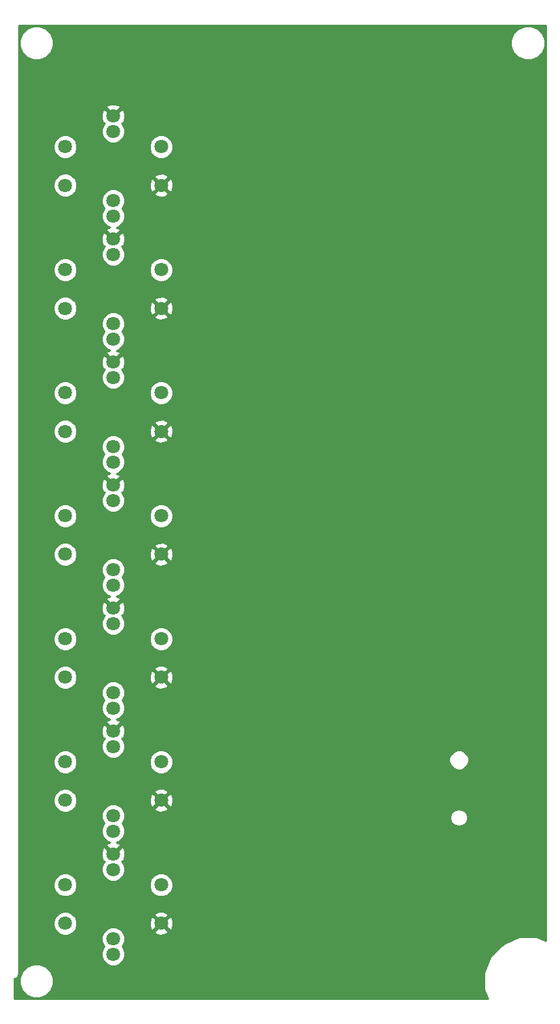
<source format=gbr>
G04 #@! TF.GenerationSoftware,KiCad,Pcbnew,(5.0.1-3-g963ef8bb5)*
G04 #@! TF.CreationDate,2019-06-03T16:35:54+02:00*
G04 #@! TF.ProjectId,foodSampler_v10,666F6F6453616D706C65725F7631302E,rev?*
G04 #@! TF.SameCoordinates,Original*
G04 #@! TF.FileFunction,Copper,L1,Top,Signal*
G04 #@! TF.FilePolarity,Positive*
%FSLAX46Y46*%
G04 Gerber Fmt 4.6, Leading zero omitted, Abs format (unit mm)*
G04 Created by KiCad (PCBNEW (5.0.1-3-g963ef8bb5)) date 2019 June 03, Monday 16:35:54*
%MOMM*%
%LPD*%
G01*
G04 APERTURE LIST*
G04 #@! TA.AperFunction,ComponentPad*
%ADD10C,1.800000*%
G04 #@! TD*
G04 #@! TA.AperFunction,WasherPad*
%ADD11C,1.800000*%
G04 #@! TD*
G04 #@! TA.AperFunction,ViaPad*
%ADD12C,0.800000*%
G04 #@! TD*
G04 #@! TA.AperFunction,Conductor*
%ADD13C,0.254000*%
G04 #@! TD*
G04 APERTURE END LIST*
D10*
G04 #@! TO.P,SW10,1*
G04 #@! TO.N,Net-(SW10-Pad1)*
X96750000Y-55500000D03*
G04 #@! TO.P,SW10,2*
G04 #@! TO.N,SW1*
X109250000Y-55500000D03*
G04 #@! TO.P,SW10,3*
G04 #@! TO.N,Net-(SW10-Pad3)*
X96750000Y-60500000D03*
G04 #@! TO.P,SW10,4*
G04 #@! TO.N,GND*
X109250000Y-60500000D03*
G04 #@! TO.P,SW10,5*
X103000000Y-51500000D03*
G04 #@! TO.P,SW10,6*
G04 #@! TO.N,Net-(R11-Pad1)*
X103000000Y-64500000D03*
D11*
G04 #@! TO.P,SW10,*
G04 #@! TO.N,*
X103000000Y-62500000D03*
X103000000Y-53500000D03*
G04 #@! TD*
G04 #@! TO.P,SW20,*
G04 #@! TO.N,*
X103000000Y-69500000D03*
X103000000Y-78500000D03*
D10*
G04 #@! TO.P,SW20,6*
G04 #@! TO.N,Net-(R21-Pad1)*
X103000000Y-80500000D03*
G04 #@! TO.P,SW20,5*
G04 #@! TO.N,GND*
X103000000Y-67500000D03*
G04 #@! TO.P,SW20,4*
X109250000Y-76500000D03*
G04 #@! TO.P,SW20,3*
G04 #@! TO.N,Net-(SW20-Pad3)*
X96750000Y-76500000D03*
G04 #@! TO.P,SW20,2*
G04 #@! TO.N,SW2*
X109250000Y-71500000D03*
G04 #@! TO.P,SW20,1*
G04 #@! TO.N,Net-(SW20-Pad1)*
X96750000Y-71500000D03*
G04 #@! TD*
G04 #@! TO.P,SW30,1*
G04 #@! TO.N,Net-(SW30-Pad1)*
X96750000Y-87500000D03*
G04 #@! TO.P,SW30,2*
G04 #@! TO.N,SW3*
X109250000Y-87500000D03*
G04 #@! TO.P,SW30,3*
G04 #@! TO.N,Net-(SW30-Pad3)*
X96750000Y-92500000D03*
G04 #@! TO.P,SW30,4*
G04 #@! TO.N,GND*
X109250000Y-92500000D03*
G04 #@! TO.P,SW30,5*
X103000000Y-83500000D03*
G04 #@! TO.P,SW30,6*
G04 #@! TO.N,Net-(R31-Pad1)*
X103000000Y-96500000D03*
D11*
G04 #@! TO.P,SW30,*
G04 #@! TO.N,*
X103000000Y-94500000D03*
X103000000Y-85500000D03*
G04 #@! TD*
G04 #@! TO.P,SW40,*
G04 #@! TO.N,*
X103000000Y-101500000D03*
X103000000Y-110500000D03*
D10*
G04 #@! TO.P,SW40,6*
G04 #@! TO.N,Net-(R41-Pad1)*
X103000000Y-112500000D03*
G04 #@! TO.P,SW40,5*
G04 #@! TO.N,GND*
X103000000Y-99500000D03*
G04 #@! TO.P,SW40,4*
X109250000Y-108500000D03*
G04 #@! TO.P,SW40,3*
G04 #@! TO.N,Net-(SW40-Pad3)*
X96750000Y-108500000D03*
G04 #@! TO.P,SW40,2*
G04 #@! TO.N,SW4*
X109250000Y-103500000D03*
G04 #@! TO.P,SW40,1*
G04 #@! TO.N,Net-(SW40-Pad1)*
X96750000Y-103500000D03*
G04 #@! TD*
G04 #@! TO.P,SW50,1*
G04 #@! TO.N,Net-(SW50-Pad1)*
X96750000Y-119500000D03*
G04 #@! TO.P,SW50,2*
G04 #@! TO.N,SW5*
X109250000Y-119500000D03*
G04 #@! TO.P,SW50,3*
G04 #@! TO.N,Net-(SW50-Pad3)*
X96750000Y-124500000D03*
G04 #@! TO.P,SW50,4*
G04 #@! TO.N,GND*
X109250000Y-124500000D03*
G04 #@! TO.P,SW50,5*
X103000000Y-115500000D03*
G04 #@! TO.P,SW50,6*
G04 #@! TO.N,Net-(R51-Pad1)*
X103000000Y-128500000D03*
D11*
G04 #@! TO.P,SW50,*
G04 #@! TO.N,*
X103000000Y-126500000D03*
X103000000Y-117500000D03*
G04 #@! TD*
G04 #@! TO.P,SW60,*
G04 #@! TO.N,*
X103000000Y-133500000D03*
X103000000Y-142500000D03*
D10*
G04 #@! TO.P,SW60,6*
G04 #@! TO.N,Net-(R61-Pad1)*
X103000000Y-144500000D03*
G04 #@! TO.P,SW60,5*
G04 #@! TO.N,GND*
X103000000Y-131500000D03*
G04 #@! TO.P,SW60,4*
X109250000Y-140500000D03*
G04 #@! TO.P,SW60,3*
G04 #@! TO.N,Net-(SW60-Pad3)*
X96750000Y-140500000D03*
G04 #@! TO.P,SW60,2*
G04 #@! TO.N,SW6*
X109250000Y-135500000D03*
G04 #@! TO.P,SW60,1*
G04 #@! TO.N,Net-(SW60-Pad1)*
X96750000Y-135500000D03*
G04 #@! TD*
G04 #@! TO.P,SW70,1*
G04 #@! TO.N,Net-(SW70-Pad1)*
X96750000Y-151500000D03*
G04 #@! TO.P,SW70,2*
G04 #@! TO.N,SW7*
X109250000Y-151500000D03*
G04 #@! TO.P,SW70,3*
G04 #@! TO.N,Net-(SW70-Pad3)*
X96750000Y-156500000D03*
G04 #@! TO.P,SW70,4*
G04 #@! TO.N,GND*
X109250000Y-156500000D03*
G04 #@! TO.P,SW70,5*
X103000000Y-147500000D03*
G04 #@! TO.P,SW70,6*
G04 #@! TO.N,Net-(R71-Pad1)*
X103000000Y-160500000D03*
D11*
G04 #@! TO.P,SW70,*
G04 #@! TO.N,*
X103000000Y-158500000D03*
X103000000Y-149500000D03*
G04 #@! TD*
D12*
G04 #@! TO.N,GND*
X106000000Y-154000000D03*
X106000000Y-138000000D03*
X106000000Y-122000000D03*
X106000000Y-106000000D03*
X106000000Y-90000000D03*
X106000000Y-74000000D03*
X106000000Y-58000000D03*
G04 #@! TD*
D13*
G04 #@! TO.N,GND*
G36*
X159290001Y-158749689D02*
X158139171Y-158273000D01*
X155860829Y-158273000D01*
X153755915Y-159144883D01*
X152144883Y-160755915D01*
X151273000Y-162860829D01*
X151273000Y-165139171D01*
X151749688Y-166290000D01*
X90127000Y-166290000D01*
X90127000Y-163698647D01*
X90277027Y-163668805D01*
X90446702Y-163555431D01*
X90765000Y-163555431D01*
X90765000Y-164444569D01*
X91105259Y-165266026D01*
X91733974Y-165894741D01*
X92555431Y-166235000D01*
X93444569Y-166235000D01*
X94266026Y-165894741D01*
X94894741Y-165266026D01*
X95235000Y-164444569D01*
X95235000Y-163555431D01*
X94894741Y-162733974D01*
X94266026Y-162105259D01*
X93444569Y-161765000D01*
X92555431Y-161765000D01*
X91733974Y-162105259D01*
X91105259Y-162733974D01*
X90765000Y-163555431D01*
X90446702Y-163555431D01*
X90511880Y-163511881D01*
X90668805Y-163277028D01*
X90710000Y-163069926D01*
X90710000Y-158194670D01*
X101465000Y-158194670D01*
X101465000Y-158805330D01*
X101698690Y-159369507D01*
X101829183Y-159500000D01*
X101698690Y-159630493D01*
X101465000Y-160194670D01*
X101465000Y-160805330D01*
X101698690Y-161369507D01*
X102130493Y-161801310D01*
X102694670Y-162035000D01*
X103305330Y-162035000D01*
X103869507Y-161801310D01*
X104301310Y-161369507D01*
X104535000Y-160805330D01*
X104535000Y-160194670D01*
X104301310Y-159630493D01*
X104170817Y-159500000D01*
X104301310Y-159369507D01*
X104535000Y-158805330D01*
X104535000Y-158194670D01*
X104301310Y-157630493D01*
X104250976Y-157580159D01*
X108349446Y-157580159D01*
X108435852Y-157836643D01*
X109009336Y-158046458D01*
X109619460Y-158020839D01*
X110064148Y-157836643D01*
X110150554Y-157580159D01*
X109250000Y-156679605D01*
X108349446Y-157580159D01*
X104250976Y-157580159D01*
X103869507Y-157198690D01*
X103305330Y-156965000D01*
X102694670Y-156965000D01*
X102130493Y-157198690D01*
X101698690Y-157630493D01*
X101465000Y-158194670D01*
X90710000Y-158194670D01*
X90710000Y-156194670D01*
X95215000Y-156194670D01*
X95215000Y-156805330D01*
X95448690Y-157369507D01*
X95880493Y-157801310D01*
X96444670Y-158035000D01*
X97055330Y-158035000D01*
X97619507Y-157801310D01*
X98051310Y-157369507D01*
X98285000Y-156805330D01*
X98285000Y-156259336D01*
X107703542Y-156259336D01*
X107729161Y-156869460D01*
X107913357Y-157314148D01*
X108169841Y-157400554D01*
X109070395Y-156500000D01*
X109429605Y-156500000D01*
X110330159Y-157400554D01*
X110586643Y-157314148D01*
X110796458Y-156740664D01*
X110770839Y-156130540D01*
X110586643Y-155685852D01*
X110330159Y-155599446D01*
X109429605Y-156500000D01*
X109070395Y-156500000D01*
X108169841Y-155599446D01*
X107913357Y-155685852D01*
X107703542Y-156259336D01*
X98285000Y-156259336D01*
X98285000Y-156194670D01*
X98051310Y-155630493D01*
X97840658Y-155419841D01*
X108349446Y-155419841D01*
X109250000Y-156320395D01*
X110150554Y-155419841D01*
X110064148Y-155163357D01*
X109490664Y-154953542D01*
X108880540Y-154979161D01*
X108435852Y-155163357D01*
X108349446Y-155419841D01*
X97840658Y-155419841D01*
X97619507Y-155198690D01*
X97055330Y-154965000D01*
X96444670Y-154965000D01*
X95880493Y-155198690D01*
X95448690Y-155630493D01*
X95215000Y-156194670D01*
X90710000Y-156194670D01*
X90710000Y-151194670D01*
X95215000Y-151194670D01*
X95215000Y-151805330D01*
X95448690Y-152369507D01*
X95880493Y-152801310D01*
X96444670Y-153035000D01*
X97055330Y-153035000D01*
X97619507Y-152801310D01*
X98051310Y-152369507D01*
X98285000Y-151805330D01*
X98285000Y-151194670D01*
X107715000Y-151194670D01*
X107715000Y-151805330D01*
X107948690Y-152369507D01*
X108380493Y-152801310D01*
X108944670Y-153035000D01*
X109555330Y-153035000D01*
X110119507Y-152801310D01*
X110551310Y-152369507D01*
X110785000Y-151805330D01*
X110785000Y-151194670D01*
X110551310Y-150630493D01*
X110119507Y-150198690D01*
X109555330Y-149965000D01*
X108944670Y-149965000D01*
X108380493Y-150198690D01*
X107948690Y-150630493D01*
X107715000Y-151194670D01*
X98285000Y-151194670D01*
X98051310Y-150630493D01*
X97619507Y-150198690D01*
X97055330Y-149965000D01*
X96444670Y-149965000D01*
X95880493Y-150198690D01*
X95448690Y-150630493D01*
X95215000Y-151194670D01*
X90710000Y-151194670D01*
X90710000Y-147259336D01*
X101453542Y-147259336D01*
X101479161Y-147869460D01*
X101663357Y-148314148D01*
X101919839Y-148400553D01*
X101805282Y-148515110D01*
X101809678Y-148519506D01*
X101698690Y-148630493D01*
X101465000Y-149194670D01*
X101465000Y-149805330D01*
X101698690Y-150369507D01*
X102130493Y-150801310D01*
X102694670Y-151035000D01*
X103305330Y-151035000D01*
X103869507Y-150801310D01*
X104301310Y-150369507D01*
X104535000Y-149805330D01*
X104535000Y-149194670D01*
X104301310Y-148630493D01*
X104190323Y-148519506D01*
X104194718Y-148515110D01*
X104080161Y-148400553D01*
X104336643Y-148314148D01*
X104546458Y-147740664D01*
X104520839Y-147130540D01*
X104336643Y-146685852D01*
X104080159Y-146599446D01*
X103179605Y-147500000D01*
X103193748Y-147514143D01*
X103014143Y-147693748D01*
X103000000Y-147679605D01*
X102985858Y-147693748D01*
X102806253Y-147514143D01*
X102820395Y-147500000D01*
X101919841Y-146599446D01*
X101663357Y-146685852D01*
X101453542Y-147259336D01*
X90710000Y-147259336D01*
X90710000Y-142194670D01*
X101465000Y-142194670D01*
X101465000Y-142805330D01*
X101698690Y-143369507D01*
X101829183Y-143500000D01*
X101698690Y-143630493D01*
X101465000Y-144194670D01*
X101465000Y-144805330D01*
X101698690Y-145369507D01*
X102130493Y-145801310D01*
X102595201Y-145993799D01*
X102185852Y-146163357D01*
X102099446Y-146419841D01*
X103000000Y-147320395D01*
X103900554Y-146419841D01*
X103814148Y-146163357D01*
X103379425Y-146004309D01*
X103869507Y-145801310D01*
X104301310Y-145369507D01*
X104535000Y-144805330D01*
X104535000Y-144194670D01*
X104301310Y-143630493D01*
X104170817Y-143500000D01*
X104301310Y-143369507D01*
X104535000Y-142805330D01*
X104535000Y-142524234D01*
X146865000Y-142524234D01*
X146865000Y-142975766D01*
X147037793Y-143392926D01*
X147357074Y-143712207D01*
X147774234Y-143885000D01*
X148225766Y-143885000D01*
X148642926Y-143712207D01*
X148962207Y-143392926D01*
X149135000Y-142975766D01*
X149135000Y-142524234D01*
X148962207Y-142107074D01*
X148642926Y-141787793D01*
X148225766Y-141615000D01*
X147774234Y-141615000D01*
X147357074Y-141787793D01*
X147037793Y-142107074D01*
X146865000Y-142524234D01*
X104535000Y-142524234D01*
X104535000Y-142194670D01*
X104301310Y-141630493D01*
X104250976Y-141580159D01*
X108349446Y-141580159D01*
X108435852Y-141836643D01*
X109009336Y-142046458D01*
X109619460Y-142020839D01*
X110064148Y-141836643D01*
X110150554Y-141580159D01*
X109250000Y-140679605D01*
X108349446Y-141580159D01*
X104250976Y-141580159D01*
X103869507Y-141198690D01*
X103305330Y-140965000D01*
X102694670Y-140965000D01*
X102130493Y-141198690D01*
X101698690Y-141630493D01*
X101465000Y-142194670D01*
X90710000Y-142194670D01*
X90710000Y-140194670D01*
X95215000Y-140194670D01*
X95215000Y-140805330D01*
X95448690Y-141369507D01*
X95880493Y-141801310D01*
X96444670Y-142035000D01*
X97055330Y-142035000D01*
X97619507Y-141801310D01*
X98051310Y-141369507D01*
X98285000Y-140805330D01*
X98285000Y-140259336D01*
X107703542Y-140259336D01*
X107729161Y-140869460D01*
X107913357Y-141314148D01*
X108169841Y-141400554D01*
X109070395Y-140500000D01*
X109429605Y-140500000D01*
X110330159Y-141400554D01*
X110586643Y-141314148D01*
X110796458Y-140740664D01*
X110770839Y-140130540D01*
X110586643Y-139685852D01*
X110330159Y-139599446D01*
X109429605Y-140500000D01*
X109070395Y-140500000D01*
X108169841Y-139599446D01*
X107913357Y-139685852D01*
X107703542Y-140259336D01*
X98285000Y-140259336D01*
X98285000Y-140194670D01*
X98051310Y-139630493D01*
X97840658Y-139419841D01*
X108349446Y-139419841D01*
X109250000Y-140320395D01*
X110150554Y-139419841D01*
X110064148Y-139163357D01*
X109490664Y-138953542D01*
X108880540Y-138979161D01*
X108435852Y-139163357D01*
X108349446Y-139419841D01*
X97840658Y-139419841D01*
X97619507Y-139198690D01*
X97055330Y-138965000D01*
X96444670Y-138965000D01*
X95880493Y-139198690D01*
X95448690Y-139630493D01*
X95215000Y-140194670D01*
X90710000Y-140194670D01*
X90710000Y-135194670D01*
X95215000Y-135194670D01*
X95215000Y-135805330D01*
X95448690Y-136369507D01*
X95880493Y-136801310D01*
X96444670Y-137035000D01*
X97055330Y-137035000D01*
X97619507Y-136801310D01*
X98051310Y-136369507D01*
X98285000Y-135805330D01*
X98285000Y-135194670D01*
X107715000Y-135194670D01*
X107715000Y-135805330D01*
X107948690Y-136369507D01*
X108380493Y-136801310D01*
X108944670Y-137035000D01*
X109555330Y-137035000D01*
X110119507Y-136801310D01*
X110551310Y-136369507D01*
X110785000Y-135805330D01*
X110785000Y-135194670D01*
X110702045Y-134994398D01*
X146715000Y-134994398D01*
X146715000Y-135505602D01*
X146910629Y-135977894D01*
X147272106Y-136339371D01*
X147744398Y-136535000D01*
X148255602Y-136535000D01*
X148727894Y-136339371D01*
X149089371Y-135977894D01*
X149285000Y-135505602D01*
X149285000Y-134994398D01*
X149089371Y-134522106D01*
X148727894Y-134160629D01*
X148255602Y-133965000D01*
X147744398Y-133965000D01*
X147272106Y-134160629D01*
X146910629Y-134522106D01*
X146715000Y-134994398D01*
X110702045Y-134994398D01*
X110551310Y-134630493D01*
X110119507Y-134198690D01*
X109555330Y-133965000D01*
X108944670Y-133965000D01*
X108380493Y-134198690D01*
X107948690Y-134630493D01*
X107715000Y-135194670D01*
X98285000Y-135194670D01*
X98051310Y-134630493D01*
X97619507Y-134198690D01*
X97055330Y-133965000D01*
X96444670Y-133965000D01*
X95880493Y-134198690D01*
X95448690Y-134630493D01*
X95215000Y-135194670D01*
X90710000Y-135194670D01*
X90710000Y-131259336D01*
X101453542Y-131259336D01*
X101479161Y-131869460D01*
X101663357Y-132314148D01*
X101919839Y-132400553D01*
X101805282Y-132515110D01*
X101809678Y-132519506D01*
X101698690Y-132630493D01*
X101465000Y-133194670D01*
X101465000Y-133805330D01*
X101698690Y-134369507D01*
X102130493Y-134801310D01*
X102694670Y-135035000D01*
X103305330Y-135035000D01*
X103869507Y-134801310D01*
X104301310Y-134369507D01*
X104535000Y-133805330D01*
X104535000Y-133194670D01*
X104301310Y-132630493D01*
X104190323Y-132519506D01*
X104194718Y-132515110D01*
X104080161Y-132400553D01*
X104336643Y-132314148D01*
X104546458Y-131740664D01*
X104520839Y-131130540D01*
X104336643Y-130685852D01*
X104080159Y-130599446D01*
X103179605Y-131500000D01*
X103193748Y-131514143D01*
X103014143Y-131693748D01*
X103000000Y-131679605D01*
X102985858Y-131693748D01*
X102806253Y-131514143D01*
X102820395Y-131500000D01*
X101919841Y-130599446D01*
X101663357Y-130685852D01*
X101453542Y-131259336D01*
X90710000Y-131259336D01*
X90710000Y-126194670D01*
X101465000Y-126194670D01*
X101465000Y-126805330D01*
X101698690Y-127369507D01*
X101829183Y-127500000D01*
X101698690Y-127630493D01*
X101465000Y-128194670D01*
X101465000Y-128805330D01*
X101698690Y-129369507D01*
X102130493Y-129801310D01*
X102595201Y-129993799D01*
X102185852Y-130163357D01*
X102099446Y-130419841D01*
X103000000Y-131320395D01*
X103900554Y-130419841D01*
X103814148Y-130163357D01*
X103379425Y-130004309D01*
X103869507Y-129801310D01*
X104301310Y-129369507D01*
X104535000Y-128805330D01*
X104535000Y-128194670D01*
X104301310Y-127630493D01*
X104170817Y-127500000D01*
X104301310Y-127369507D01*
X104535000Y-126805330D01*
X104535000Y-126194670D01*
X104301310Y-125630493D01*
X104250976Y-125580159D01*
X108349446Y-125580159D01*
X108435852Y-125836643D01*
X109009336Y-126046458D01*
X109619460Y-126020839D01*
X110064148Y-125836643D01*
X110150554Y-125580159D01*
X109250000Y-124679605D01*
X108349446Y-125580159D01*
X104250976Y-125580159D01*
X103869507Y-125198690D01*
X103305330Y-124965000D01*
X102694670Y-124965000D01*
X102130493Y-125198690D01*
X101698690Y-125630493D01*
X101465000Y-126194670D01*
X90710000Y-126194670D01*
X90710000Y-124194670D01*
X95215000Y-124194670D01*
X95215000Y-124805330D01*
X95448690Y-125369507D01*
X95880493Y-125801310D01*
X96444670Y-126035000D01*
X97055330Y-126035000D01*
X97619507Y-125801310D01*
X98051310Y-125369507D01*
X98285000Y-124805330D01*
X98285000Y-124259336D01*
X107703542Y-124259336D01*
X107729161Y-124869460D01*
X107913357Y-125314148D01*
X108169841Y-125400554D01*
X109070395Y-124500000D01*
X109429605Y-124500000D01*
X110330159Y-125400554D01*
X110586643Y-125314148D01*
X110796458Y-124740664D01*
X110770839Y-124130540D01*
X110586643Y-123685852D01*
X110330159Y-123599446D01*
X109429605Y-124500000D01*
X109070395Y-124500000D01*
X108169841Y-123599446D01*
X107913357Y-123685852D01*
X107703542Y-124259336D01*
X98285000Y-124259336D01*
X98285000Y-124194670D01*
X98051310Y-123630493D01*
X97840658Y-123419841D01*
X108349446Y-123419841D01*
X109250000Y-124320395D01*
X110150554Y-123419841D01*
X110064148Y-123163357D01*
X109490664Y-122953542D01*
X108880540Y-122979161D01*
X108435852Y-123163357D01*
X108349446Y-123419841D01*
X97840658Y-123419841D01*
X97619507Y-123198690D01*
X97055330Y-122965000D01*
X96444670Y-122965000D01*
X95880493Y-123198690D01*
X95448690Y-123630493D01*
X95215000Y-124194670D01*
X90710000Y-124194670D01*
X90710000Y-119194670D01*
X95215000Y-119194670D01*
X95215000Y-119805330D01*
X95448690Y-120369507D01*
X95880493Y-120801310D01*
X96444670Y-121035000D01*
X97055330Y-121035000D01*
X97619507Y-120801310D01*
X98051310Y-120369507D01*
X98285000Y-119805330D01*
X98285000Y-119194670D01*
X107715000Y-119194670D01*
X107715000Y-119805330D01*
X107948690Y-120369507D01*
X108380493Y-120801310D01*
X108944670Y-121035000D01*
X109555330Y-121035000D01*
X110119507Y-120801310D01*
X110551310Y-120369507D01*
X110785000Y-119805330D01*
X110785000Y-119194670D01*
X110551310Y-118630493D01*
X110119507Y-118198690D01*
X109555330Y-117965000D01*
X108944670Y-117965000D01*
X108380493Y-118198690D01*
X107948690Y-118630493D01*
X107715000Y-119194670D01*
X98285000Y-119194670D01*
X98051310Y-118630493D01*
X97619507Y-118198690D01*
X97055330Y-117965000D01*
X96444670Y-117965000D01*
X95880493Y-118198690D01*
X95448690Y-118630493D01*
X95215000Y-119194670D01*
X90710000Y-119194670D01*
X90710000Y-115259336D01*
X101453542Y-115259336D01*
X101479161Y-115869460D01*
X101663357Y-116314148D01*
X101919839Y-116400553D01*
X101805282Y-116515110D01*
X101809678Y-116519506D01*
X101698690Y-116630493D01*
X101465000Y-117194670D01*
X101465000Y-117805330D01*
X101698690Y-118369507D01*
X102130493Y-118801310D01*
X102694670Y-119035000D01*
X103305330Y-119035000D01*
X103869507Y-118801310D01*
X104301310Y-118369507D01*
X104535000Y-117805330D01*
X104535000Y-117194670D01*
X104301310Y-116630493D01*
X104190323Y-116519506D01*
X104194718Y-116515110D01*
X104080161Y-116400553D01*
X104336643Y-116314148D01*
X104546458Y-115740664D01*
X104520839Y-115130540D01*
X104336643Y-114685852D01*
X104080159Y-114599446D01*
X103179605Y-115500000D01*
X103193748Y-115514143D01*
X103014143Y-115693748D01*
X103000000Y-115679605D01*
X102985858Y-115693748D01*
X102806253Y-115514143D01*
X102820395Y-115500000D01*
X101919841Y-114599446D01*
X101663357Y-114685852D01*
X101453542Y-115259336D01*
X90710000Y-115259336D01*
X90710000Y-110194670D01*
X101465000Y-110194670D01*
X101465000Y-110805330D01*
X101698690Y-111369507D01*
X101829183Y-111500000D01*
X101698690Y-111630493D01*
X101465000Y-112194670D01*
X101465000Y-112805330D01*
X101698690Y-113369507D01*
X102130493Y-113801310D01*
X102595201Y-113993799D01*
X102185852Y-114163357D01*
X102099446Y-114419841D01*
X103000000Y-115320395D01*
X103900554Y-114419841D01*
X103814148Y-114163357D01*
X103379425Y-114004309D01*
X103869507Y-113801310D01*
X104301310Y-113369507D01*
X104535000Y-112805330D01*
X104535000Y-112194670D01*
X104301310Y-111630493D01*
X104170817Y-111500000D01*
X104301310Y-111369507D01*
X104535000Y-110805330D01*
X104535000Y-110194670D01*
X104301310Y-109630493D01*
X104250976Y-109580159D01*
X108349446Y-109580159D01*
X108435852Y-109836643D01*
X109009336Y-110046458D01*
X109619460Y-110020839D01*
X110064148Y-109836643D01*
X110150554Y-109580159D01*
X109250000Y-108679605D01*
X108349446Y-109580159D01*
X104250976Y-109580159D01*
X103869507Y-109198690D01*
X103305330Y-108965000D01*
X102694670Y-108965000D01*
X102130493Y-109198690D01*
X101698690Y-109630493D01*
X101465000Y-110194670D01*
X90710000Y-110194670D01*
X90710000Y-108194670D01*
X95215000Y-108194670D01*
X95215000Y-108805330D01*
X95448690Y-109369507D01*
X95880493Y-109801310D01*
X96444670Y-110035000D01*
X97055330Y-110035000D01*
X97619507Y-109801310D01*
X98051310Y-109369507D01*
X98285000Y-108805330D01*
X98285000Y-108259336D01*
X107703542Y-108259336D01*
X107729161Y-108869460D01*
X107913357Y-109314148D01*
X108169841Y-109400554D01*
X109070395Y-108500000D01*
X109429605Y-108500000D01*
X110330159Y-109400554D01*
X110586643Y-109314148D01*
X110796458Y-108740664D01*
X110770839Y-108130540D01*
X110586643Y-107685852D01*
X110330159Y-107599446D01*
X109429605Y-108500000D01*
X109070395Y-108500000D01*
X108169841Y-107599446D01*
X107913357Y-107685852D01*
X107703542Y-108259336D01*
X98285000Y-108259336D01*
X98285000Y-108194670D01*
X98051310Y-107630493D01*
X97840658Y-107419841D01*
X108349446Y-107419841D01*
X109250000Y-108320395D01*
X110150554Y-107419841D01*
X110064148Y-107163357D01*
X109490664Y-106953542D01*
X108880540Y-106979161D01*
X108435852Y-107163357D01*
X108349446Y-107419841D01*
X97840658Y-107419841D01*
X97619507Y-107198690D01*
X97055330Y-106965000D01*
X96444670Y-106965000D01*
X95880493Y-107198690D01*
X95448690Y-107630493D01*
X95215000Y-108194670D01*
X90710000Y-108194670D01*
X90710000Y-103194670D01*
X95215000Y-103194670D01*
X95215000Y-103805330D01*
X95448690Y-104369507D01*
X95880493Y-104801310D01*
X96444670Y-105035000D01*
X97055330Y-105035000D01*
X97619507Y-104801310D01*
X98051310Y-104369507D01*
X98285000Y-103805330D01*
X98285000Y-103194670D01*
X107715000Y-103194670D01*
X107715000Y-103805330D01*
X107948690Y-104369507D01*
X108380493Y-104801310D01*
X108944670Y-105035000D01*
X109555330Y-105035000D01*
X110119507Y-104801310D01*
X110551310Y-104369507D01*
X110785000Y-103805330D01*
X110785000Y-103194670D01*
X110551310Y-102630493D01*
X110119507Y-102198690D01*
X109555330Y-101965000D01*
X108944670Y-101965000D01*
X108380493Y-102198690D01*
X107948690Y-102630493D01*
X107715000Y-103194670D01*
X98285000Y-103194670D01*
X98051310Y-102630493D01*
X97619507Y-102198690D01*
X97055330Y-101965000D01*
X96444670Y-101965000D01*
X95880493Y-102198690D01*
X95448690Y-102630493D01*
X95215000Y-103194670D01*
X90710000Y-103194670D01*
X90710000Y-99259336D01*
X101453542Y-99259336D01*
X101479161Y-99869460D01*
X101663357Y-100314148D01*
X101919839Y-100400553D01*
X101805282Y-100515110D01*
X101809678Y-100519506D01*
X101698690Y-100630493D01*
X101465000Y-101194670D01*
X101465000Y-101805330D01*
X101698690Y-102369507D01*
X102130493Y-102801310D01*
X102694670Y-103035000D01*
X103305330Y-103035000D01*
X103869507Y-102801310D01*
X104301310Y-102369507D01*
X104535000Y-101805330D01*
X104535000Y-101194670D01*
X104301310Y-100630493D01*
X104190323Y-100519506D01*
X104194718Y-100515110D01*
X104080161Y-100400553D01*
X104336643Y-100314148D01*
X104546458Y-99740664D01*
X104520839Y-99130540D01*
X104336643Y-98685852D01*
X104080159Y-98599446D01*
X103179605Y-99500000D01*
X103193748Y-99514143D01*
X103014143Y-99693748D01*
X103000000Y-99679605D01*
X102985858Y-99693748D01*
X102806253Y-99514143D01*
X102820395Y-99500000D01*
X101919841Y-98599446D01*
X101663357Y-98685852D01*
X101453542Y-99259336D01*
X90710000Y-99259336D01*
X90710000Y-94194670D01*
X101465000Y-94194670D01*
X101465000Y-94805330D01*
X101698690Y-95369507D01*
X101829183Y-95500000D01*
X101698690Y-95630493D01*
X101465000Y-96194670D01*
X101465000Y-96805330D01*
X101698690Y-97369507D01*
X102130493Y-97801310D01*
X102595201Y-97993799D01*
X102185852Y-98163357D01*
X102099446Y-98419841D01*
X103000000Y-99320395D01*
X103900554Y-98419841D01*
X103814148Y-98163357D01*
X103379425Y-98004309D01*
X103869507Y-97801310D01*
X104301310Y-97369507D01*
X104535000Y-96805330D01*
X104535000Y-96194670D01*
X104301310Y-95630493D01*
X104170817Y-95500000D01*
X104301310Y-95369507D01*
X104535000Y-94805330D01*
X104535000Y-94194670D01*
X104301310Y-93630493D01*
X104250976Y-93580159D01*
X108349446Y-93580159D01*
X108435852Y-93836643D01*
X109009336Y-94046458D01*
X109619460Y-94020839D01*
X110064148Y-93836643D01*
X110150554Y-93580159D01*
X109250000Y-92679605D01*
X108349446Y-93580159D01*
X104250976Y-93580159D01*
X103869507Y-93198690D01*
X103305330Y-92965000D01*
X102694670Y-92965000D01*
X102130493Y-93198690D01*
X101698690Y-93630493D01*
X101465000Y-94194670D01*
X90710000Y-94194670D01*
X90710000Y-92194670D01*
X95215000Y-92194670D01*
X95215000Y-92805330D01*
X95448690Y-93369507D01*
X95880493Y-93801310D01*
X96444670Y-94035000D01*
X97055330Y-94035000D01*
X97619507Y-93801310D01*
X98051310Y-93369507D01*
X98285000Y-92805330D01*
X98285000Y-92259336D01*
X107703542Y-92259336D01*
X107729161Y-92869460D01*
X107913357Y-93314148D01*
X108169841Y-93400554D01*
X109070395Y-92500000D01*
X109429605Y-92500000D01*
X110330159Y-93400554D01*
X110586643Y-93314148D01*
X110796458Y-92740664D01*
X110770839Y-92130540D01*
X110586643Y-91685852D01*
X110330159Y-91599446D01*
X109429605Y-92500000D01*
X109070395Y-92500000D01*
X108169841Y-91599446D01*
X107913357Y-91685852D01*
X107703542Y-92259336D01*
X98285000Y-92259336D01*
X98285000Y-92194670D01*
X98051310Y-91630493D01*
X97840658Y-91419841D01*
X108349446Y-91419841D01*
X109250000Y-92320395D01*
X110150554Y-91419841D01*
X110064148Y-91163357D01*
X109490664Y-90953542D01*
X108880540Y-90979161D01*
X108435852Y-91163357D01*
X108349446Y-91419841D01*
X97840658Y-91419841D01*
X97619507Y-91198690D01*
X97055330Y-90965000D01*
X96444670Y-90965000D01*
X95880493Y-91198690D01*
X95448690Y-91630493D01*
X95215000Y-92194670D01*
X90710000Y-92194670D01*
X90710000Y-87194670D01*
X95215000Y-87194670D01*
X95215000Y-87805330D01*
X95448690Y-88369507D01*
X95880493Y-88801310D01*
X96444670Y-89035000D01*
X97055330Y-89035000D01*
X97619507Y-88801310D01*
X98051310Y-88369507D01*
X98285000Y-87805330D01*
X98285000Y-87194670D01*
X107715000Y-87194670D01*
X107715000Y-87805330D01*
X107948690Y-88369507D01*
X108380493Y-88801310D01*
X108944670Y-89035000D01*
X109555330Y-89035000D01*
X110119507Y-88801310D01*
X110551310Y-88369507D01*
X110785000Y-87805330D01*
X110785000Y-87194670D01*
X110551310Y-86630493D01*
X110119507Y-86198690D01*
X109555330Y-85965000D01*
X108944670Y-85965000D01*
X108380493Y-86198690D01*
X107948690Y-86630493D01*
X107715000Y-87194670D01*
X98285000Y-87194670D01*
X98051310Y-86630493D01*
X97619507Y-86198690D01*
X97055330Y-85965000D01*
X96444670Y-85965000D01*
X95880493Y-86198690D01*
X95448690Y-86630493D01*
X95215000Y-87194670D01*
X90710000Y-87194670D01*
X90710000Y-83259336D01*
X101453542Y-83259336D01*
X101479161Y-83869460D01*
X101663357Y-84314148D01*
X101919839Y-84400553D01*
X101805282Y-84515110D01*
X101809678Y-84519506D01*
X101698690Y-84630493D01*
X101465000Y-85194670D01*
X101465000Y-85805330D01*
X101698690Y-86369507D01*
X102130493Y-86801310D01*
X102694670Y-87035000D01*
X103305330Y-87035000D01*
X103869507Y-86801310D01*
X104301310Y-86369507D01*
X104535000Y-85805330D01*
X104535000Y-85194670D01*
X104301310Y-84630493D01*
X104190323Y-84519506D01*
X104194718Y-84515110D01*
X104080161Y-84400553D01*
X104336643Y-84314148D01*
X104546458Y-83740664D01*
X104520839Y-83130540D01*
X104336643Y-82685852D01*
X104080159Y-82599446D01*
X103179605Y-83500000D01*
X103193748Y-83514143D01*
X103014143Y-83693748D01*
X103000000Y-83679605D01*
X102985858Y-83693748D01*
X102806253Y-83514143D01*
X102820395Y-83500000D01*
X101919841Y-82599446D01*
X101663357Y-82685852D01*
X101453542Y-83259336D01*
X90710000Y-83259336D01*
X90710000Y-78194670D01*
X101465000Y-78194670D01*
X101465000Y-78805330D01*
X101698690Y-79369507D01*
X101829183Y-79500000D01*
X101698690Y-79630493D01*
X101465000Y-80194670D01*
X101465000Y-80805330D01*
X101698690Y-81369507D01*
X102130493Y-81801310D01*
X102595201Y-81993799D01*
X102185852Y-82163357D01*
X102099446Y-82419841D01*
X103000000Y-83320395D01*
X103900554Y-82419841D01*
X103814148Y-82163357D01*
X103379425Y-82004309D01*
X103869507Y-81801310D01*
X104301310Y-81369507D01*
X104535000Y-80805330D01*
X104535000Y-80194670D01*
X104301310Y-79630493D01*
X104170817Y-79500000D01*
X104301310Y-79369507D01*
X104535000Y-78805330D01*
X104535000Y-78194670D01*
X104301310Y-77630493D01*
X104250976Y-77580159D01*
X108349446Y-77580159D01*
X108435852Y-77836643D01*
X109009336Y-78046458D01*
X109619460Y-78020839D01*
X110064148Y-77836643D01*
X110150554Y-77580159D01*
X109250000Y-76679605D01*
X108349446Y-77580159D01*
X104250976Y-77580159D01*
X103869507Y-77198690D01*
X103305330Y-76965000D01*
X102694670Y-76965000D01*
X102130493Y-77198690D01*
X101698690Y-77630493D01*
X101465000Y-78194670D01*
X90710000Y-78194670D01*
X90710000Y-76194670D01*
X95215000Y-76194670D01*
X95215000Y-76805330D01*
X95448690Y-77369507D01*
X95880493Y-77801310D01*
X96444670Y-78035000D01*
X97055330Y-78035000D01*
X97619507Y-77801310D01*
X98051310Y-77369507D01*
X98285000Y-76805330D01*
X98285000Y-76259336D01*
X107703542Y-76259336D01*
X107729161Y-76869460D01*
X107913357Y-77314148D01*
X108169841Y-77400554D01*
X109070395Y-76500000D01*
X109429605Y-76500000D01*
X110330159Y-77400554D01*
X110586643Y-77314148D01*
X110796458Y-76740664D01*
X110770839Y-76130540D01*
X110586643Y-75685852D01*
X110330159Y-75599446D01*
X109429605Y-76500000D01*
X109070395Y-76500000D01*
X108169841Y-75599446D01*
X107913357Y-75685852D01*
X107703542Y-76259336D01*
X98285000Y-76259336D01*
X98285000Y-76194670D01*
X98051310Y-75630493D01*
X97840658Y-75419841D01*
X108349446Y-75419841D01*
X109250000Y-76320395D01*
X110150554Y-75419841D01*
X110064148Y-75163357D01*
X109490664Y-74953542D01*
X108880540Y-74979161D01*
X108435852Y-75163357D01*
X108349446Y-75419841D01*
X97840658Y-75419841D01*
X97619507Y-75198690D01*
X97055330Y-74965000D01*
X96444670Y-74965000D01*
X95880493Y-75198690D01*
X95448690Y-75630493D01*
X95215000Y-76194670D01*
X90710000Y-76194670D01*
X90710000Y-71194670D01*
X95215000Y-71194670D01*
X95215000Y-71805330D01*
X95448690Y-72369507D01*
X95880493Y-72801310D01*
X96444670Y-73035000D01*
X97055330Y-73035000D01*
X97619507Y-72801310D01*
X98051310Y-72369507D01*
X98285000Y-71805330D01*
X98285000Y-71194670D01*
X107715000Y-71194670D01*
X107715000Y-71805330D01*
X107948690Y-72369507D01*
X108380493Y-72801310D01*
X108944670Y-73035000D01*
X109555330Y-73035000D01*
X110119507Y-72801310D01*
X110551310Y-72369507D01*
X110785000Y-71805330D01*
X110785000Y-71194670D01*
X110551310Y-70630493D01*
X110119507Y-70198690D01*
X109555330Y-69965000D01*
X108944670Y-69965000D01*
X108380493Y-70198690D01*
X107948690Y-70630493D01*
X107715000Y-71194670D01*
X98285000Y-71194670D01*
X98051310Y-70630493D01*
X97619507Y-70198690D01*
X97055330Y-69965000D01*
X96444670Y-69965000D01*
X95880493Y-70198690D01*
X95448690Y-70630493D01*
X95215000Y-71194670D01*
X90710000Y-71194670D01*
X90710000Y-67259336D01*
X101453542Y-67259336D01*
X101479161Y-67869460D01*
X101663357Y-68314148D01*
X101919839Y-68400553D01*
X101805282Y-68515110D01*
X101809678Y-68519506D01*
X101698690Y-68630493D01*
X101465000Y-69194670D01*
X101465000Y-69805330D01*
X101698690Y-70369507D01*
X102130493Y-70801310D01*
X102694670Y-71035000D01*
X103305330Y-71035000D01*
X103869507Y-70801310D01*
X104301310Y-70369507D01*
X104535000Y-69805330D01*
X104535000Y-69194670D01*
X104301310Y-68630493D01*
X104190323Y-68519506D01*
X104194718Y-68515110D01*
X104080161Y-68400553D01*
X104336643Y-68314148D01*
X104546458Y-67740664D01*
X104520839Y-67130540D01*
X104336643Y-66685852D01*
X104080159Y-66599446D01*
X103179605Y-67500000D01*
X103193748Y-67514143D01*
X103014143Y-67693748D01*
X103000000Y-67679605D01*
X102985858Y-67693748D01*
X102806253Y-67514143D01*
X102820395Y-67500000D01*
X101919841Y-66599446D01*
X101663357Y-66685852D01*
X101453542Y-67259336D01*
X90710000Y-67259336D01*
X90710000Y-62194670D01*
X101465000Y-62194670D01*
X101465000Y-62805330D01*
X101698690Y-63369507D01*
X101829183Y-63500000D01*
X101698690Y-63630493D01*
X101465000Y-64194670D01*
X101465000Y-64805330D01*
X101698690Y-65369507D01*
X102130493Y-65801310D01*
X102595201Y-65993799D01*
X102185852Y-66163357D01*
X102099446Y-66419841D01*
X103000000Y-67320395D01*
X103900554Y-66419841D01*
X103814148Y-66163357D01*
X103379425Y-66004309D01*
X103869507Y-65801310D01*
X104301310Y-65369507D01*
X104535000Y-64805330D01*
X104535000Y-64194670D01*
X104301310Y-63630493D01*
X104170817Y-63500000D01*
X104301310Y-63369507D01*
X104535000Y-62805330D01*
X104535000Y-62194670D01*
X104301310Y-61630493D01*
X104250976Y-61580159D01*
X108349446Y-61580159D01*
X108435852Y-61836643D01*
X109009336Y-62046458D01*
X109619460Y-62020839D01*
X110064148Y-61836643D01*
X110150554Y-61580159D01*
X109250000Y-60679605D01*
X108349446Y-61580159D01*
X104250976Y-61580159D01*
X103869507Y-61198690D01*
X103305330Y-60965000D01*
X102694670Y-60965000D01*
X102130493Y-61198690D01*
X101698690Y-61630493D01*
X101465000Y-62194670D01*
X90710000Y-62194670D01*
X90710000Y-60194670D01*
X95215000Y-60194670D01*
X95215000Y-60805330D01*
X95448690Y-61369507D01*
X95880493Y-61801310D01*
X96444670Y-62035000D01*
X97055330Y-62035000D01*
X97619507Y-61801310D01*
X98051310Y-61369507D01*
X98285000Y-60805330D01*
X98285000Y-60259336D01*
X107703542Y-60259336D01*
X107729161Y-60869460D01*
X107913357Y-61314148D01*
X108169841Y-61400554D01*
X109070395Y-60500000D01*
X109429605Y-60500000D01*
X110330159Y-61400554D01*
X110586643Y-61314148D01*
X110796458Y-60740664D01*
X110770839Y-60130540D01*
X110586643Y-59685852D01*
X110330159Y-59599446D01*
X109429605Y-60500000D01*
X109070395Y-60500000D01*
X108169841Y-59599446D01*
X107913357Y-59685852D01*
X107703542Y-60259336D01*
X98285000Y-60259336D01*
X98285000Y-60194670D01*
X98051310Y-59630493D01*
X97840658Y-59419841D01*
X108349446Y-59419841D01*
X109250000Y-60320395D01*
X110150554Y-59419841D01*
X110064148Y-59163357D01*
X109490664Y-58953542D01*
X108880540Y-58979161D01*
X108435852Y-59163357D01*
X108349446Y-59419841D01*
X97840658Y-59419841D01*
X97619507Y-59198690D01*
X97055330Y-58965000D01*
X96444670Y-58965000D01*
X95880493Y-59198690D01*
X95448690Y-59630493D01*
X95215000Y-60194670D01*
X90710000Y-60194670D01*
X90710000Y-55194670D01*
X95215000Y-55194670D01*
X95215000Y-55805330D01*
X95448690Y-56369507D01*
X95880493Y-56801310D01*
X96444670Y-57035000D01*
X97055330Y-57035000D01*
X97619507Y-56801310D01*
X98051310Y-56369507D01*
X98285000Y-55805330D01*
X98285000Y-55194670D01*
X107715000Y-55194670D01*
X107715000Y-55805330D01*
X107948690Y-56369507D01*
X108380493Y-56801310D01*
X108944670Y-57035000D01*
X109555330Y-57035000D01*
X110119507Y-56801310D01*
X110551310Y-56369507D01*
X110785000Y-55805330D01*
X110785000Y-55194670D01*
X110551310Y-54630493D01*
X110119507Y-54198690D01*
X109555330Y-53965000D01*
X108944670Y-53965000D01*
X108380493Y-54198690D01*
X107948690Y-54630493D01*
X107715000Y-55194670D01*
X98285000Y-55194670D01*
X98051310Y-54630493D01*
X97619507Y-54198690D01*
X97055330Y-53965000D01*
X96444670Y-53965000D01*
X95880493Y-54198690D01*
X95448690Y-54630493D01*
X95215000Y-55194670D01*
X90710000Y-55194670D01*
X90710000Y-51259336D01*
X101453542Y-51259336D01*
X101479161Y-51869460D01*
X101663357Y-52314148D01*
X101919839Y-52400553D01*
X101805282Y-52515110D01*
X101809678Y-52519506D01*
X101698690Y-52630493D01*
X101465000Y-53194670D01*
X101465000Y-53805330D01*
X101698690Y-54369507D01*
X102130493Y-54801310D01*
X102694670Y-55035000D01*
X103305330Y-55035000D01*
X103869507Y-54801310D01*
X104301310Y-54369507D01*
X104535000Y-53805330D01*
X104535000Y-53194670D01*
X104301310Y-52630493D01*
X104190323Y-52519506D01*
X104194718Y-52515110D01*
X104080161Y-52400553D01*
X104336643Y-52314148D01*
X104546458Y-51740664D01*
X104520839Y-51130540D01*
X104336643Y-50685852D01*
X104080159Y-50599446D01*
X103179605Y-51500000D01*
X103193748Y-51514143D01*
X103014143Y-51693748D01*
X103000000Y-51679605D01*
X102985858Y-51693748D01*
X102806253Y-51514143D01*
X102820395Y-51500000D01*
X101919841Y-50599446D01*
X101663357Y-50685852D01*
X101453542Y-51259336D01*
X90710000Y-51259336D01*
X90710000Y-50419841D01*
X102099446Y-50419841D01*
X103000000Y-51320395D01*
X103900554Y-50419841D01*
X103814148Y-50163357D01*
X103240664Y-49953542D01*
X102630540Y-49979161D01*
X102185852Y-50163357D01*
X102099446Y-50419841D01*
X90710000Y-50419841D01*
X90710000Y-41555431D01*
X90765000Y-41555431D01*
X90765000Y-42444569D01*
X91105259Y-43266026D01*
X91733974Y-43894741D01*
X92555431Y-44235000D01*
X93444569Y-44235000D01*
X94266026Y-43894741D01*
X94894741Y-43266026D01*
X95235000Y-42444569D01*
X95235000Y-41555431D01*
X154765000Y-41555431D01*
X154765000Y-42444569D01*
X155105259Y-43266026D01*
X155733974Y-43894741D01*
X156555431Y-44235000D01*
X157444569Y-44235000D01*
X158266026Y-43894741D01*
X158894741Y-43266026D01*
X159235000Y-42444569D01*
X159235000Y-41555431D01*
X158894741Y-40733974D01*
X158266026Y-40105259D01*
X157444569Y-39765000D01*
X156555431Y-39765000D01*
X155733974Y-40105259D01*
X155105259Y-40733974D01*
X154765000Y-41555431D01*
X95235000Y-41555431D01*
X94894741Y-40733974D01*
X94266026Y-40105259D01*
X93444569Y-39765000D01*
X92555431Y-39765000D01*
X91733974Y-40105259D01*
X91105259Y-40733974D01*
X90765000Y-41555431D01*
X90710000Y-41555431D01*
X90710000Y-39710000D01*
X159290000Y-39710000D01*
X159290001Y-158749689D01*
X159290001Y-158749689D01*
G37*
X159290001Y-158749689D02*
X158139171Y-158273000D01*
X155860829Y-158273000D01*
X153755915Y-159144883D01*
X152144883Y-160755915D01*
X151273000Y-162860829D01*
X151273000Y-165139171D01*
X151749688Y-166290000D01*
X90127000Y-166290000D01*
X90127000Y-163698647D01*
X90277027Y-163668805D01*
X90446702Y-163555431D01*
X90765000Y-163555431D01*
X90765000Y-164444569D01*
X91105259Y-165266026D01*
X91733974Y-165894741D01*
X92555431Y-166235000D01*
X93444569Y-166235000D01*
X94266026Y-165894741D01*
X94894741Y-165266026D01*
X95235000Y-164444569D01*
X95235000Y-163555431D01*
X94894741Y-162733974D01*
X94266026Y-162105259D01*
X93444569Y-161765000D01*
X92555431Y-161765000D01*
X91733974Y-162105259D01*
X91105259Y-162733974D01*
X90765000Y-163555431D01*
X90446702Y-163555431D01*
X90511880Y-163511881D01*
X90668805Y-163277028D01*
X90710000Y-163069926D01*
X90710000Y-158194670D01*
X101465000Y-158194670D01*
X101465000Y-158805330D01*
X101698690Y-159369507D01*
X101829183Y-159500000D01*
X101698690Y-159630493D01*
X101465000Y-160194670D01*
X101465000Y-160805330D01*
X101698690Y-161369507D01*
X102130493Y-161801310D01*
X102694670Y-162035000D01*
X103305330Y-162035000D01*
X103869507Y-161801310D01*
X104301310Y-161369507D01*
X104535000Y-160805330D01*
X104535000Y-160194670D01*
X104301310Y-159630493D01*
X104170817Y-159500000D01*
X104301310Y-159369507D01*
X104535000Y-158805330D01*
X104535000Y-158194670D01*
X104301310Y-157630493D01*
X104250976Y-157580159D01*
X108349446Y-157580159D01*
X108435852Y-157836643D01*
X109009336Y-158046458D01*
X109619460Y-158020839D01*
X110064148Y-157836643D01*
X110150554Y-157580159D01*
X109250000Y-156679605D01*
X108349446Y-157580159D01*
X104250976Y-157580159D01*
X103869507Y-157198690D01*
X103305330Y-156965000D01*
X102694670Y-156965000D01*
X102130493Y-157198690D01*
X101698690Y-157630493D01*
X101465000Y-158194670D01*
X90710000Y-158194670D01*
X90710000Y-156194670D01*
X95215000Y-156194670D01*
X95215000Y-156805330D01*
X95448690Y-157369507D01*
X95880493Y-157801310D01*
X96444670Y-158035000D01*
X97055330Y-158035000D01*
X97619507Y-157801310D01*
X98051310Y-157369507D01*
X98285000Y-156805330D01*
X98285000Y-156259336D01*
X107703542Y-156259336D01*
X107729161Y-156869460D01*
X107913357Y-157314148D01*
X108169841Y-157400554D01*
X109070395Y-156500000D01*
X109429605Y-156500000D01*
X110330159Y-157400554D01*
X110586643Y-157314148D01*
X110796458Y-156740664D01*
X110770839Y-156130540D01*
X110586643Y-155685852D01*
X110330159Y-155599446D01*
X109429605Y-156500000D01*
X109070395Y-156500000D01*
X108169841Y-155599446D01*
X107913357Y-155685852D01*
X107703542Y-156259336D01*
X98285000Y-156259336D01*
X98285000Y-156194670D01*
X98051310Y-155630493D01*
X97840658Y-155419841D01*
X108349446Y-155419841D01*
X109250000Y-156320395D01*
X110150554Y-155419841D01*
X110064148Y-155163357D01*
X109490664Y-154953542D01*
X108880540Y-154979161D01*
X108435852Y-155163357D01*
X108349446Y-155419841D01*
X97840658Y-155419841D01*
X97619507Y-155198690D01*
X97055330Y-154965000D01*
X96444670Y-154965000D01*
X95880493Y-155198690D01*
X95448690Y-155630493D01*
X95215000Y-156194670D01*
X90710000Y-156194670D01*
X90710000Y-151194670D01*
X95215000Y-151194670D01*
X95215000Y-151805330D01*
X95448690Y-152369507D01*
X95880493Y-152801310D01*
X96444670Y-153035000D01*
X97055330Y-153035000D01*
X97619507Y-152801310D01*
X98051310Y-152369507D01*
X98285000Y-151805330D01*
X98285000Y-151194670D01*
X107715000Y-151194670D01*
X107715000Y-151805330D01*
X107948690Y-152369507D01*
X108380493Y-152801310D01*
X108944670Y-153035000D01*
X109555330Y-153035000D01*
X110119507Y-152801310D01*
X110551310Y-152369507D01*
X110785000Y-151805330D01*
X110785000Y-151194670D01*
X110551310Y-150630493D01*
X110119507Y-150198690D01*
X109555330Y-149965000D01*
X108944670Y-149965000D01*
X108380493Y-150198690D01*
X107948690Y-150630493D01*
X107715000Y-151194670D01*
X98285000Y-151194670D01*
X98051310Y-150630493D01*
X97619507Y-150198690D01*
X97055330Y-149965000D01*
X96444670Y-149965000D01*
X95880493Y-150198690D01*
X95448690Y-150630493D01*
X95215000Y-151194670D01*
X90710000Y-151194670D01*
X90710000Y-147259336D01*
X101453542Y-147259336D01*
X101479161Y-147869460D01*
X101663357Y-148314148D01*
X101919839Y-148400553D01*
X101805282Y-148515110D01*
X101809678Y-148519506D01*
X101698690Y-148630493D01*
X101465000Y-149194670D01*
X101465000Y-149805330D01*
X101698690Y-150369507D01*
X102130493Y-150801310D01*
X102694670Y-151035000D01*
X103305330Y-151035000D01*
X103869507Y-150801310D01*
X104301310Y-150369507D01*
X104535000Y-149805330D01*
X104535000Y-149194670D01*
X104301310Y-148630493D01*
X104190323Y-148519506D01*
X104194718Y-148515110D01*
X104080161Y-148400553D01*
X104336643Y-148314148D01*
X104546458Y-147740664D01*
X104520839Y-147130540D01*
X104336643Y-146685852D01*
X104080159Y-146599446D01*
X103179605Y-147500000D01*
X103193748Y-147514143D01*
X103014143Y-147693748D01*
X103000000Y-147679605D01*
X102985858Y-147693748D01*
X102806253Y-147514143D01*
X102820395Y-147500000D01*
X101919841Y-146599446D01*
X101663357Y-146685852D01*
X101453542Y-147259336D01*
X90710000Y-147259336D01*
X90710000Y-142194670D01*
X101465000Y-142194670D01*
X101465000Y-142805330D01*
X101698690Y-143369507D01*
X101829183Y-143500000D01*
X101698690Y-143630493D01*
X101465000Y-144194670D01*
X101465000Y-144805330D01*
X101698690Y-145369507D01*
X102130493Y-145801310D01*
X102595201Y-145993799D01*
X102185852Y-146163357D01*
X102099446Y-146419841D01*
X103000000Y-147320395D01*
X103900554Y-146419841D01*
X103814148Y-146163357D01*
X103379425Y-146004309D01*
X103869507Y-145801310D01*
X104301310Y-145369507D01*
X104535000Y-144805330D01*
X104535000Y-144194670D01*
X104301310Y-143630493D01*
X104170817Y-143500000D01*
X104301310Y-143369507D01*
X104535000Y-142805330D01*
X104535000Y-142524234D01*
X146865000Y-142524234D01*
X146865000Y-142975766D01*
X147037793Y-143392926D01*
X147357074Y-143712207D01*
X147774234Y-143885000D01*
X148225766Y-143885000D01*
X148642926Y-143712207D01*
X148962207Y-143392926D01*
X149135000Y-142975766D01*
X149135000Y-142524234D01*
X148962207Y-142107074D01*
X148642926Y-141787793D01*
X148225766Y-141615000D01*
X147774234Y-141615000D01*
X147357074Y-141787793D01*
X147037793Y-142107074D01*
X146865000Y-142524234D01*
X104535000Y-142524234D01*
X104535000Y-142194670D01*
X104301310Y-141630493D01*
X104250976Y-141580159D01*
X108349446Y-141580159D01*
X108435852Y-141836643D01*
X109009336Y-142046458D01*
X109619460Y-142020839D01*
X110064148Y-141836643D01*
X110150554Y-141580159D01*
X109250000Y-140679605D01*
X108349446Y-141580159D01*
X104250976Y-141580159D01*
X103869507Y-141198690D01*
X103305330Y-140965000D01*
X102694670Y-140965000D01*
X102130493Y-141198690D01*
X101698690Y-141630493D01*
X101465000Y-142194670D01*
X90710000Y-142194670D01*
X90710000Y-140194670D01*
X95215000Y-140194670D01*
X95215000Y-140805330D01*
X95448690Y-141369507D01*
X95880493Y-141801310D01*
X96444670Y-142035000D01*
X97055330Y-142035000D01*
X97619507Y-141801310D01*
X98051310Y-141369507D01*
X98285000Y-140805330D01*
X98285000Y-140259336D01*
X107703542Y-140259336D01*
X107729161Y-140869460D01*
X107913357Y-141314148D01*
X108169841Y-141400554D01*
X109070395Y-140500000D01*
X109429605Y-140500000D01*
X110330159Y-141400554D01*
X110586643Y-141314148D01*
X110796458Y-140740664D01*
X110770839Y-140130540D01*
X110586643Y-139685852D01*
X110330159Y-139599446D01*
X109429605Y-140500000D01*
X109070395Y-140500000D01*
X108169841Y-139599446D01*
X107913357Y-139685852D01*
X107703542Y-140259336D01*
X98285000Y-140259336D01*
X98285000Y-140194670D01*
X98051310Y-139630493D01*
X97840658Y-139419841D01*
X108349446Y-139419841D01*
X109250000Y-140320395D01*
X110150554Y-139419841D01*
X110064148Y-139163357D01*
X109490664Y-138953542D01*
X108880540Y-138979161D01*
X108435852Y-139163357D01*
X108349446Y-139419841D01*
X97840658Y-139419841D01*
X97619507Y-139198690D01*
X97055330Y-138965000D01*
X96444670Y-138965000D01*
X95880493Y-139198690D01*
X95448690Y-139630493D01*
X95215000Y-140194670D01*
X90710000Y-140194670D01*
X90710000Y-135194670D01*
X95215000Y-135194670D01*
X95215000Y-135805330D01*
X95448690Y-136369507D01*
X95880493Y-136801310D01*
X96444670Y-137035000D01*
X97055330Y-137035000D01*
X97619507Y-136801310D01*
X98051310Y-136369507D01*
X98285000Y-135805330D01*
X98285000Y-135194670D01*
X107715000Y-135194670D01*
X107715000Y-135805330D01*
X107948690Y-136369507D01*
X108380493Y-136801310D01*
X108944670Y-137035000D01*
X109555330Y-137035000D01*
X110119507Y-136801310D01*
X110551310Y-136369507D01*
X110785000Y-135805330D01*
X110785000Y-135194670D01*
X110702045Y-134994398D01*
X146715000Y-134994398D01*
X146715000Y-135505602D01*
X146910629Y-135977894D01*
X147272106Y-136339371D01*
X147744398Y-136535000D01*
X148255602Y-136535000D01*
X148727894Y-136339371D01*
X149089371Y-135977894D01*
X149285000Y-135505602D01*
X149285000Y-134994398D01*
X149089371Y-134522106D01*
X148727894Y-134160629D01*
X148255602Y-133965000D01*
X147744398Y-133965000D01*
X147272106Y-134160629D01*
X146910629Y-134522106D01*
X146715000Y-134994398D01*
X110702045Y-134994398D01*
X110551310Y-134630493D01*
X110119507Y-134198690D01*
X109555330Y-133965000D01*
X108944670Y-133965000D01*
X108380493Y-134198690D01*
X107948690Y-134630493D01*
X107715000Y-135194670D01*
X98285000Y-135194670D01*
X98051310Y-134630493D01*
X97619507Y-134198690D01*
X97055330Y-133965000D01*
X96444670Y-133965000D01*
X95880493Y-134198690D01*
X95448690Y-134630493D01*
X95215000Y-135194670D01*
X90710000Y-135194670D01*
X90710000Y-131259336D01*
X101453542Y-131259336D01*
X101479161Y-131869460D01*
X101663357Y-132314148D01*
X101919839Y-132400553D01*
X101805282Y-132515110D01*
X101809678Y-132519506D01*
X101698690Y-132630493D01*
X101465000Y-133194670D01*
X101465000Y-133805330D01*
X101698690Y-134369507D01*
X102130493Y-134801310D01*
X102694670Y-135035000D01*
X103305330Y-135035000D01*
X103869507Y-134801310D01*
X104301310Y-134369507D01*
X104535000Y-133805330D01*
X104535000Y-133194670D01*
X104301310Y-132630493D01*
X104190323Y-132519506D01*
X104194718Y-132515110D01*
X104080161Y-132400553D01*
X104336643Y-132314148D01*
X104546458Y-131740664D01*
X104520839Y-131130540D01*
X104336643Y-130685852D01*
X104080159Y-130599446D01*
X103179605Y-131500000D01*
X103193748Y-131514143D01*
X103014143Y-131693748D01*
X103000000Y-131679605D01*
X102985858Y-131693748D01*
X102806253Y-131514143D01*
X102820395Y-131500000D01*
X101919841Y-130599446D01*
X101663357Y-130685852D01*
X101453542Y-131259336D01*
X90710000Y-131259336D01*
X90710000Y-126194670D01*
X101465000Y-126194670D01*
X101465000Y-126805330D01*
X101698690Y-127369507D01*
X101829183Y-127500000D01*
X101698690Y-127630493D01*
X101465000Y-128194670D01*
X101465000Y-128805330D01*
X101698690Y-129369507D01*
X102130493Y-129801310D01*
X102595201Y-129993799D01*
X102185852Y-130163357D01*
X102099446Y-130419841D01*
X103000000Y-131320395D01*
X103900554Y-130419841D01*
X103814148Y-130163357D01*
X103379425Y-130004309D01*
X103869507Y-129801310D01*
X104301310Y-129369507D01*
X104535000Y-128805330D01*
X104535000Y-128194670D01*
X104301310Y-127630493D01*
X104170817Y-127500000D01*
X104301310Y-127369507D01*
X104535000Y-126805330D01*
X104535000Y-126194670D01*
X104301310Y-125630493D01*
X104250976Y-125580159D01*
X108349446Y-125580159D01*
X108435852Y-125836643D01*
X109009336Y-126046458D01*
X109619460Y-126020839D01*
X110064148Y-125836643D01*
X110150554Y-125580159D01*
X109250000Y-124679605D01*
X108349446Y-125580159D01*
X104250976Y-125580159D01*
X103869507Y-125198690D01*
X103305330Y-124965000D01*
X102694670Y-124965000D01*
X102130493Y-125198690D01*
X101698690Y-125630493D01*
X101465000Y-126194670D01*
X90710000Y-126194670D01*
X90710000Y-124194670D01*
X95215000Y-124194670D01*
X95215000Y-124805330D01*
X95448690Y-125369507D01*
X95880493Y-125801310D01*
X96444670Y-126035000D01*
X97055330Y-126035000D01*
X97619507Y-125801310D01*
X98051310Y-125369507D01*
X98285000Y-124805330D01*
X98285000Y-124259336D01*
X107703542Y-124259336D01*
X107729161Y-124869460D01*
X107913357Y-125314148D01*
X108169841Y-125400554D01*
X109070395Y-124500000D01*
X109429605Y-124500000D01*
X110330159Y-125400554D01*
X110586643Y-125314148D01*
X110796458Y-124740664D01*
X110770839Y-124130540D01*
X110586643Y-123685852D01*
X110330159Y-123599446D01*
X109429605Y-124500000D01*
X109070395Y-124500000D01*
X108169841Y-123599446D01*
X107913357Y-123685852D01*
X107703542Y-124259336D01*
X98285000Y-124259336D01*
X98285000Y-124194670D01*
X98051310Y-123630493D01*
X97840658Y-123419841D01*
X108349446Y-123419841D01*
X109250000Y-124320395D01*
X110150554Y-123419841D01*
X110064148Y-123163357D01*
X109490664Y-122953542D01*
X108880540Y-122979161D01*
X108435852Y-123163357D01*
X108349446Y-123419841D01*
X97840658Y-123419841D01*
X97619507Y-123198690D01*
X97055330Y-122965000D01*
X96444670Y-122965000D01*
X95880493Y-123198690D01*
X95448690Y-123630493D01*
X95215000Y-124194670D01*
X90710000Y-124194670D01*
X90710000Y-119194670D01*
X95215000Y-119194670D01*
X95215000Y-119805330D01*
X95448690Y-120369507D01*
X95880493Y-120801310D01*
X96444670Y-121035000D01*
X97055330Y-121035000D01*
X97619507Y-120801310D01*
X98051310Y-120369507D01*
X98285000Y-119805330D01*
X98285000Y-119194670D01*
X107715000Y-119194670D01*
X107715000Y-119805330D01*
X107948690Y-120369507D01*
X108380493Y-120801310D01*
X108944670Y-121035000D01*
X109555330Y-121035000D01*
X110119507Y-120801310D01*
X110551310Y-120369507D01*
X110785000Y-119805330D01*
X110785000Y-119194670D01*
X110551310Y-118630493D01*
X110119507Y-118198690D01*
X109555330Y-117965000D01*
X108944670Y-117965000D01*
X108380493Y-118198690D01*
X107948690Y-118630493D01*
X107715000Y-119194670D01*
X98285000Y-119194670D01*
X98051310Y-118630493D01*
X97619507Y-118198690D01*
X97055330Y-117965000D01*
X96444670Y-117965000D01*
X95880493Y-118198690D01*
X95448690Y-118630493D01*
X95215000Y-119194670D01*
X90710000Y-119194670D01*
X90710000Y-115259336D01*
X101453542Y-115259336D01*
X101479161Y-115869460D01*
X101663357Y-116314148D01*
X101919839Y-116400553D01*
X101805282Y-116515110D01*
X101809678Y-116519506D01*
X101698690Y-116630493D01*
X101465000Y-117194670D01*
X101465000Y-117805330D01*
X101698690Y-118369507D01*
X102130493Y-118801310D01*
X102694670Y-119035000D01*
X103305330Y-119035000D01*
X103869507Y-118801310D01*
X104301310Y-118369507D01*
X104535000Y-117805330D01*
X104535000Y-117194670D01*
X104301310Y-116630493D01*
X104190323Y-116519506D01*
X104194718Y-116515110D01*
X104080161Y-116400553D01*
X104336643Y-116314148D01*
X104546458Y-115740664D01*
X104520839Y-115130540D01*
X104336643Y-114685852D01*
X104080159Y-114599446D01*
X103179605Y-115500000D01*
X103193748Y-115514143D01*
X103014143Y-115693748D01*
X103000000Y-115679605D01*
X102985858Y-115693748D01*
X102806253Y-115514143D01*
X102820395Y-115500000D01*
X101919841Y-114599446D01*
X101663357Y-114685852D01*
X101453542Y-115259336D01*
X90710000Y-115259336D01*
X90710000Y-110194670D01*
X101465000Y-110194670D01*
X101465000Y-110805330D01*
X101698690Y-111369507D01*
X101829183Y-111500000D01*
X101698690Y-111630493D01*
X101465000Y-112194670D01*
X101465000Y-112805330D01*
X101698690Y-113369507D01*
X102130493Y-113801310D01*
X102595201Y-113993799D01*
X102185852Y-114163357D01*
X102099446Y-114419841D01*
X103000000Y-115320395D01*
X103900554Y-114419841D01*
X103814148Y-114163357D01*
X103379425Y-114004309D01*
X103869507Y-113801310D01*
X104301310Y-113369507D01*
X104535000Y-112805330D01*
X104535000Y-112194670D01*
X104301310Y-111630493D01*
X104170817Y-111500000D01*
X104301310Y-111369507D01*
X104535000Y-110805330D01*
X104535000Y-110194670D01*
X104301310Y-109630493D01*
X104250976Y-109580159D01*
X108349446Y-109580159D01*
X108435852Y-109836643D01*
X109009336Y-110046458D01*
X109619460Y-110020839D01*
X110064148Y-109836643D01*
X110150554Y-109580159D01*
X109250000Y-108679605D01*
X108349446Y-109580159D01*
X104250976Y-109580159D01*
X103869507Y-109198690D01*
X103305330Y-108965000D01*
X102694670Y-108965000D01*
X102130493Y-109198690D01*
X101698690Y-109630493D01*
X101465000Y-110194670D01*
X90710000Y-110194670D01*
X90710000Y-108194670D01*
X95215000Y-108194670D01*
X95215000Y-108805330D01*
X95448690Y-109369507D01*
X95880493Y-109801310D01*
X96444670Y-110035000D01*
X97055330Y-110035000D01*
X97619507Y-109801310D01*
X98051310Y-109369507D01*
X98285000Y-108805330D01*
X98285000Y-108259336D01*
X107703542Y-108259336D01*
X107729161Y-108869460D01*
X107913357Y-109314148D01*
X108169841Y-109400554D01*
X109070395Y-108500000D01*
X109429605Y-108500000D01*
X110330159Y-109400554D01*
X110586643Y-109314148D01*
X110796458Y-108740664D01*
X110770839Y-108130540D01*
X110586643Y-107685852D01*
X110330159Y-107599446D01*
X109429605Y-108500000D01*
X109070395Y-108500000D01*
X108169841Y-107599446D01*
X107913357Y-107685852D01*
X107703542Y-108259336D01*
X98285000Y-108259336D01*
X98285000Y-108194670D01*
X98051310Y-107630493D01*
X97840658Y-107419841D01*
X108349446Y-107419841D01*
X109250000Y-108320395D01*
X110150554Y-107419841D01*
X110064148Y-107163357D01*
X109490664Y-106953542D01*
X108880540Y-106979161D01*
X108435852Y-107163357D01*
X108349446Y-107419841D01*
X97840658Y-107419841D01*
X97619507Y-107198690D01*
X97055330Y-106965000D01*
X96444670Y-106965000D01*
X95880493Y-107198690D01*
X95448690Y-107630493D01*
X95215000Y-108194670D01*
X90710000Y-108194670D01*
X90710000Y-103194670D01*
X95215000Y-103194670D01*
X95215000Y-103805330D01*
X95448690Y-104369507D01*
X95880493Y-104801310D01*
X96444670Y-105035000D01*
X97055330Y-105035000D01*
X97619507Y-104801310D01*
X98051310Y-104369507D01*
X98285000Y-103805330D01*
X98285000Y-103194670D01*
X107715000Y-103194670D01*
X107715000Y-103805330D01*
X107948690Y-104369507D01*
X108380493Y-104801310D01*
X108944670Y-105035000D01*
X109555330Y-105035000D01*
X110119507Y-104801310D01*
X110551310Y-104369507D01*
X110785000Y-103805330D01*
X110785000Y-103194670D01*
X110551310Y-102630493D01*
X110119507Y-102198690D01*
X109555330Y-101965000D01*
X108944670Y-101965000D01*
X108380493Y-102198690D01*
X107948690Y-102630493D01*
X107715000Y-103194670D01*
X98285000Y-103194670D01*
X98051310Y-102630493D01*
X97619507Y-102198690D01*
X97055330Y-101965000D01*
X96444670Y-101965000D01*
X95880493Y-102198690D01*
X95448690Y-102630493D01*
X95215000Y-103194670D01*
X90710000Y-103194670D01*
X90710000Y-99259336D01*
X101453542Y-99259336D01*
X101479161Y-99869460D01*
X101663357Y-100314148D01*
X101919839Y-100400553D01*
X101805282Y-100515110D01*
X101809678Y-100519506D01*
X101698690Y-100630493D01*
X101465000Y-101194670D01*
X101465000Y-101805330D01*
X101698690Y-102369507D01*
X102130493Y-102801310D01*
X102694670Y-103035000D01*
X103305330Y-103035000D01*
X103869507Y-102801310D01*
X104301310Y-102369507D01*
X104535000Y-101805330D01*
X104535000Y-101194670D01*
X104301310Y-100630493D01*
X104190323Y-100519506D01*
X104194718Y-100515110D01*
X104080161Y-100400553D01*
X104336643Y-100314148D01*
X104546458Y-99740664D01*
X104520839Y-99130540D01*
X104336643Y-98685852D01*
X104080159Y-98599446D01*
X103179605Y-99500000D01*
X103193748Y-99514143D01*
X103014143Y-99693748D01*
X103000000Y-99679605D01*
X102985858Y-99693748D01*
X102806253Y-99514143D01*
X102820395Y-99500000D01*
X101919841Y-98599446D01*
X101663357Y-98685852D01*
X101453542Y-99259336D01*
X90710000Y-99259336D01*
X90710000Y-94194670D01*
X101465000Y-94194670D01*
X101465000Y-94805330D01*
X101698690Y-95369507D01*
X101829183Y-95500000D01*
X101698690Y-95630493D01*
X101465000Y-96194670D01*
X101465000Y-96805330D01*
X101698690Y-97369507D01*
X102130493Y-97801310D01*
X102595201Y-97993799D01*
X102185852Y-98163357D01*
X102099446Y-98419841D01*
X103000000Y-99320395D01*
X103900554Y-98419841D01*
X103814148Y-98163357D01*
X103379425Y-98004309D01*
X103869507Y-97801310D01*
X104301310Y-97369507D01*
X104535000Y-96805330D01*
X104535000Y-96194670D01*
X104301310Y-95630493D01*
X104170817Y-95500000D01*
X104301310Y-95369507D01*
X104535000Y-94805330D01*
X104535000Y-94194670D01*
X104301310Y-93630493D01*
X104250976Y-93580159D01*
X108349446Y-93580159D01*
X108435852Y-93836643D01*
X109009336Y-94046458D01*
X109619460Y-94020839D01*
X110064148Y-93836643D01*
X110150554Y-93580159D01*
X109250000Y-92679605D01*
X108349446Y-93580159D01*
X104250976Y-93580159D01*
X103869507Y-93198690D01*
X103305330Y-92965000D01*
X102694670Y-92965000D01*
X102130493Y-93198690D01*
X101698690Y-93630493D01*
X101465000Y-94194670D01*
X90710000Y-94194670D01*
X90710000Y-92194670D01*
X95215000Y-92194670D01*
X95215000Y-92805330D01*
X95448690Y-93369507D01*
X95880493Y-93801310D01*
X96444670Y-94035000D01*
X97055330Y-94035000D01*
X97619507Y-93801310D01*
X98051310Y-93369507D01*
X98285000Y-92805330D01*
X98285000Y-92259336D01*
X107703542Y-92259336D01*
X107729161Y-92869460D01*
X107913357Y-93314148D01*
X108169841Y-93400554D01*
X109070395Y-92500000D01*
X109429605Y-92500000D01*
X110330159Y-93400554D01*
X110586643Y-93314148D01*
X110796458Y-92740664D01*
X110770839Y-92130540D01*
X110586643Y-91685852D01*
X110330159Y-91599446D01*
X109429605Y-92500000D01*
X109070395Y-92500000D01*
X108169841Y-91599446D01*
X107913357Y-91685852D01*
X107703542Y-92259336D01*
X98285000Y-92259336D01*
X98285000Y-92194670D01*
X98051310Y-91630493D01*
X97840658Y-91419841D01*
X108349446Y-91419841D01*
X109250000Y-92320395D01*
X110150554Y-91419841D01*
X110064148Y-91163357D01*
X109490664Y-90953542D01*
X108880540Y-90979161D01*
X108435852Y-91163357D01*
X108349446Y-91419841D01*
X97840658Y-91419841D01*
X97619507Y-91198690D01*
X97055330Y-90965000D01*
X96444670Y-90965000D01*
X95880493Y-91198690D01*
X95448690Y-91630493D01*
X95215000Y-92194670D01*
X90710000Y-92194670D01*
X90710000Y-87194670D01*
X95215000Y-87194670D01*
X95215000Y-87805330D01*
X95448690Y-88369507D01*
X95880493Y-88801310D01*
X96444670Y-89035000D01*
X97055330Y-89035000D01*
X97619507Y-88801310D01*
X98051310Y-88369507D01*
X98285000Y-87805330D01*
X98285000Y-87194670D01*
X107715000Y-87194670D01*
X107715000Y-87805330D01*
X107948690Y-88369507D01*
X108380493Y-88801310D01*
X108944670Y-89035000D01*
X109555330Y-89035000D01*
X110119507Y-88801310D01*
X110551310Y-88369507D01*
X110785000Y-87805330D01*
X110785000Y-87194670D01*
X110551310Y-86630493D01*
X110119507Y-86198690D01*
X109555330Y-85965000D01*
X108944670Y-85965000D01*
X108380493Y-86198690D01*
X107948690Y-86630493D01*
X107715000Y-87194670D01*
X98285000Y-87194670D01*
X98051310Y-86630493D01*
X97619507Y-86198690D01*
X97055330Y-85965000D01*
X96444670Y-85965000D01*
X95880493Y-86198690D01*
X95448690Y-86630493D01*
X95215000Y-87194670D01*
X90710000Y-87194670D01*
X90710000Y-83259336D01*
X101453542Y-83259336D01*
X101479161Y-83869460D01*
X101663357Y-84314148D01*
X101919839Y-84400553D01*
X101805282Y-84515110D01*
X101809678Y-84519506D01*
X101698690Y-84630493D01*
X101465000Y-85194670D01*
X101465000Y-85805330D01*
X101698690Y-86369507D01*
X102130493Y-86801310D01*
X102694670Y-87035000D01*
X103305330Y-87035000D01*
X103869507Y-86801310D01*
X104301310Y-86369507D01*
X104535000Y-85805330D01*
X104535000Y-85194670D01*
X104301310Y-84630493D01*
X104190323Y-84519506D01*
X104194718Y-84515110D01*
X104080161Y-84400553D01*
X104336643Y-84314148D01*
X104546458Y-83740664D01*
X104520839Y-83130540D01*
X104336643Y-82685852D01*
X104080159Y-82599446D01*
X103179605Y-83500000D01*
X103193748Y-83514143D01*
X103014143Y-83693748D01*
X103000000Y-83679605D01*
X102985858Y-83693748D01*
X102806253Y-83514143D01*
X102820395Y-83500000D01*
X101919841Y-82599446D01*
X101663357Y-82685852D01*
X101453542Y-83259336D01*
X90710000Y-83259336D01*
X90710000Y-78194670D01*
X101465000Y-78194670D01*
X101465000Y-78805330D01*
X101698690Y-79369507D01*
X101829183Y-79500000D01*
X101698690Y-79630493D01*
X101465000Y-80194670D01*
X101465000Y-80805330D01*
X101698690Y-81369507D01*
X102130493Y-81801310D01*
X102595201Y-81993799D01*
X102185852Y-82163357D01*
X102099446Y-82419841D01*
X103000000Y-83320395D01*
X103900554Y-82419841D01*
X103814148Y-82163357D01*
X103379425Y-82004309D01*
X103869507Y-81801310D01*
X104301310Y-81369507D01*
X104535000Y-80805330D01*
X104535000Y-80194670D01*
X104301310Y-79630493D01*
X104170817Y-79500000D01*
X104301310Y-79369507D01*
X104535000Y-78805330D01*
X104535000Y-78194670D01*
X104301310Y-77630493D01*
X104250976Y-77580159D01*
X108349446Y-77580159D01*
X108435852Y-77836643D01*
X109009336Y-78046458D01*
X109619460Y-78020839D01*
X110064148Y-77836643D01*
X110150554Y-77580159D01*
X109250000Y-76679605D01*
X108349446Y-77580159D01*
X104250976Y-77580159D01*
X103869507Y-77198690D01*
X103305330Y-76965000D01*
X102694670Y-76965000D01*
X102130493Y-77198690D01*
X101698690Y-77630493D01*
X101465000Y-78194670D01*
X90710000Y-78194670D01*
X90710000Y-76194670D01*
X95215000Y-76194670D01*
X95215000Y-76805330D01*
X95448690Y-77369507D01*
X95880493Y-77801310D01*
X96444670Y-78035000D01*
X97055330Y-78035000D01*
X97619507Y-77801310D01*
X98051310Y-77369507D01*
X98285000Y-76805330D01*
X98285000Y-76259336D01*
X107703542Y-76259336D01*
X107729161Y-76869460D01*
X107913357Y-77314148D01*
X108169841Y-77400554D01*
X109070395Y-76500000D01*
X109429605Y-76500000D01*
X110330159Y-77400554D01*
X110586643Y-77314148D01*
X110796458Y-76740664D01*
X110770839Y-76130540D01*
X110586643Y-75685852D01*
X110330159Y-75599446D01*
X109429605Y-76500000D01*
X109070395Y-76500000D01*
X108169841Y-75599446D01*
X107913357Y-75685852D01*
X107703542Y-76259336D01*
X98285000Y-76259336D01*
X98285000Y-76194670D01*
X98051310Y-75630493D01*
X97840658Y-75419841D01*
X108349446Y-75419841D01*
X109250000Y-76320395D01*
X110150554Y-75419841D01*
X110064148Y-75163357D01*
X109490664Y-74953542D01*
X108880540Y-74979161D01*
X108435852Y-75163357D01*
X108349446Y-75419841D01*
X97840658Y-75419841D01*
X97619507Y-75198690D01*
X97055330Y-74965000D01*
X96444670Y-74965000D01*
X95880493Y-75198690D01*
X95448690Y-75630493D01*
X95215000Y-76194670D01*
X90710000Y-76194670D01*
X90710000Y-71194670D01*
X95215000Y-71194670D01*
X95215000Y-71805330D01*
X95448690Y-72369507D01*
X95880493Y-72801310D01*
X96444670Y-73035000D01*
X97055330Y-73035000D01*
X97619507Y-72801310D01*
X98051310Y-72369507D01*
X98285000Y-71805330D01*
X98285000Y-71194670D01*
X107715000Y-71194670D01*
X107715000Y-71805330D01*
X107948690Y-72369507D01*
X108380493Y-72801310D01*
X108944670Y-73035000D01*
X109555330Y-73035000D01*
X110119507Y-72801310D01*
X110551310Y-72369507D01*
X110785000Y-71805330D01*
X110785000Y-71194670D01*
X110551310Y-70630493D01*
X110119507Y-70198690D01*
X109555330Y-69965000D01*
X108944670Y-69965000D01*
X108380493Y-70198690D01*
X107948690Y-70630493D01*
X107715000Y-71194670D01*
X98285000Y-71194670D01*
X98051310Y-70630493D01*
X97619507Y-70198690D01*
X97055330Y-69965000D01*
X96444670Y-69965000D01*
X95880493Y-70198690D01*
X95448690Y-70630493D01*
X95215000Y-71194670D01*
X90710000Y-71194670D01*
X90710000Y-67259336D01*
X101453542Y-67259336D01*
X101479161Y-67869460D01*
X101663357Y-68314148D01*
X101919839Y-68400553D01*
X101805282Y-68515110D01*
X101809678Y-68519506D01*
X101698690Y-68630493D01*
X101465000Y-69194670D01*
X101465000Y-69805330D01*
X101698690Y-70369507D01*
X102130493Y-70801310D01*
X102694670Y-71035000D01*
X103305330Y-71035000D01*
X103869507Y-70801310D01*
X104301310Y-70369507D01*
X104535000Y-69805330D01*
X104535000Y-69194670D01*
X104301310Y-68630493D01*
X104190323Y-68519506D01*
X104194718Y-68515110D01*
X104080161Y-68400553D01*
X104336643Y-68314148D01*
X104546458Y-67740664D01*
X104520839Y-67130540D01*
X104336643Y-66685852D01*
X104080159Y-66599446D01*
X103179605Y-67500000D01*
X103193748Y-67514143D01*
X103014143Y-67693748D01*
X103000000Y-67679605D01*
X102985858Y-67693748D01*
X102806253Y-67514143D01*
X102820395Y-67500000D01*
X101919841Y-66599446D01*
X101663357Y-66685852D01*
X101453542Y-67259336D01*
X90710000Y-67259336D01*
X90710000Y-62194670D01*
X101465000Y-62194670D01*
X101465000Y-62805330D01*
X101698690Y-63369507D01*
X101829183Y-63500000D01*
X101698690Y-63630493D01*
X101465000Y-64194670D01*
X101465000Y-64805330D01*
X101698690Y-65369507D01*
X102130493Y-65801310D01*
X102595201Y-65993799D01*
X102185852Y-66163357D01*
X102099446Y-66419841D01*
X103000000Y-67320395D01*
X103900554Y-66419841D01*
X103814148Y-66163357D01*
X103379425Y-66004309D01*
X103869507Y-65801310D01*
X104301310Y-65369507D01*
X104535000Y-64805330D01*
X104535000Y-64194670D01*
X104301310Y-63630493D01*
X104170817Y-63500000D01*
X104301310Y-63369507D01*
X104535000Y-62805330D01*
X104535000Y-62194670D01*
X104301310Y-61630493D01*
X104250976Y-61580159D01*
X108349446Y-61580159D01*
X108435852Y-61836643D01*
X109009336Y-62046458D01*
X109619460Y-62020839D01*
X110064148Y-61836643D01*
X110150554Y-61580159D01*
X109250000Y-60679605D01*
X108349446Y-61580159D01*
X104250976Y-61580159D01*
X103869507Y-61198690D01*
X103305330Y-60965000D01*
X102694670Y-60965000D01*
X102130493Y-61198690D01*
X101698690Y-61630493D01*
X101465000Y-62194670D01*
X90710000Y-62194670D01*
X90710000Y-60194670D01*
X95215000Y-60194670D01*
X95215000Y-60805330D01*
X95448690Y-61369507D01*
X95880493Y-61801310D01*
X96444670Y-62035000D01*
X97055330Y-62035000D01*
X97619507Y-61801310D01*
X98051310Y-61369507D01*
X98285000Y-60805330D01*
X98285000Y-60259336D01*
X107703542Y-60259336D01*
X107729161Y-60869460D01*
X107913357Y-61314148D01*
X108169841Y-61400554D01*
X109070395Y-60500000D01*
X109429605Y-60500000D01*
X110330159Y-61400554D01*
X110586643Y-61314148D01*
X110796458Y-60740664D01*
X110770839Y-60130540D01*
X110586643Y-59685852D01*
X110330159Y-59599446D01*
X109429605Y-60500000D01*
X109070395Y-60500000D01*
X108169841Y-59599446D01*
X107913357Y-59685852D01*
X107703542Y-60259336D01*
X98285000Y-60259336D01*
X98285000Y-60194670D01*
X98051310Y-59630493D01*
X97840658Y-59419841D01*
X108349446Y-59419841D01*
X109250000Y-60320395D01*
X110150554Y-59419841D01*
X110064148Y-59163357D01*
X109490664Y-58953542D01*
X108880540Y-58979161D01*
X108435852Y-59163357D01*
X108349446Y-59419841D01*
X97840658Y-59419841D01*
X97619507Y-59198690D01*
X97055330Y-58965000D01*
X96444670Y-58965000D01*
X95880493Y-59198690D01*
X95448690Y-59630493D01*
X95215000Y-60194670D01*
X90710000Y-60194670D01*
X90710000Y-55194670D01*
X95215000Y-55194670D01*
X95215000Y-55805330D01*
X95448690Y-56369507D01*
X95880493Y-56801310D01*
X96444670Y-57035000D01*
X97055330Y-57035000D01*
X97619507Y-56801310D01*
X98051310Y-56369507D01*
X98285000Y-55805330D01*
X98285000Y-55194670D01*
X107715000Y-55194670D01*
X107715000Y-55805330D01*
X107948690Y-56369507D01*
X108380493Y-56801310D01*
X108944670Y-57035000D01*
X109555330Y-57035000D01*
X110119507Y-56801310D01*
X110551310Y-56369507D01*
X110785000Y-55805330D01*
X110785000Y-55194670D01*
X110551310Y-54630493D01*
X110119507Y-54198690D01*
X109555330Y-53965000D01*
X108944670Y-53965000D01*
X108380493Y-54198690D01*
X107948690Y-54630493D01*
X107715000Y-55194670D01*
X98285000Y-55194670D01*
X98051310Y-54630493D01*
X97619507Y-54198690D01*
X97055330Y-53965000D01*
X96444670Y-53965000D01*
X95880493Y-54198690D01*
X95448690Y-54630493D01*
X95215000Y-55194670D01*
X90710000Y-55194670D01*
X90710000Y-51259336D01*
X101453542Y-51259336D01*
X101479161Y-51869460D01*
X101663357Y-52314148D01*
X101919839Y-52400553D01*
X101805282Y-52515110D01*
X101809678Y-52519506D01*
X101698690Y-52630493D01*
X101465000Y-53194670D01*
X101465000Y-53805330D01*
X101698690Y-54369507D01*
X102130493Y-54801310D01*
X102694670Y-55035000D01*
X103305330Y-55035000D01*
X103869507Y-54801310D01*
X104301310Y-54369507D01*
X104535000Y-53805330D01*
X104535000Y-53194670D01*
X104301310Y-52630493D01*
X104190323Y-52519506D01*
X104194718Y-52515110D01*
X104080161Y-52400553D01*
X104336643Y-52314148D01*
X104546458Y-51740664D01*
X104520839Y-51130540D01*
X104336643Y-50685852D01*
X104080159Y-50599446D01*
X103179605Y-51500000D01*
X103193748Y-51514143D01*
X103014143Y-51693748D01*
X103000000Y-51679605D01*
X102985858Y-51693748D01*
X102806253Y-51514143D01*
X102820395Y-51500000D01*
X101919841Y-50599446D01*
X101663357Y-50685852D01*
X101453542Y-51259336D01*
X90710000Y-51259336D01*
X90710000Y-50419841D01*
X102099446Y-50419841D01*
X103000000Y-51320395D01*
X103900554Y-50419841D01*
X103814148Y-50163357D01*
X103240664Y-49953542D01*
X102630540Y-49979161D01*
X102185852Y-50163357D01*
X102099446Y-50419841D01*
X90710000Y-50419841D01*
X90710000Y-41555431D01*
X90765000Y-41555431D01*
X90765000Y-42444569D01*
X91105259Y-43266026D01*
X91733974Y-43894741D01*
X92555431Y-44235000D01*
X93444569Y-44235000D01*
X94266026Y-43894741D01*
X94894741Y-43266026D01*
X95235000Y-42444569D01*
X95235000Y-41555431D01*
X154765000Y-41555431D01*
X154765000Y-42444569D01*
X155105259Y-43266026D01*
X155733974Y-43894741D01*
X156555431Y-44235000D01*
X157444569Y-44235000D01*
X158266026Y-43894741D01*
X158894741Y-43266026D01*
X159235000Y-42444569D01*
X159235000Y-41555431D01*
X158894741Y-40733974D01*
X158266026Y-40105259D01*
X157444569Y-39765000D01*
X156555431Y-39765000D01*
X155733974Y-40105259D01*
X155105259Y-40733974D01*
X154765000Y-41555431D01*
X95235000Y-41555431D01*
X94894741Y-40733974D01*
X94266026Y-40105259D01*
X93444569Y-39765000D01*
X92555431Y-39765000D01*
X91733974Y-40105259D01*
X91105259Y-40733974D01*
X90765000Y-41555431D01*
X90710000Y-41555431D01*
X90710000Y-39710000D01*
X159290000Y-39710000D01*
X159290001Y-158749689D01*
G04 #@! TD*
M02*

</source>
